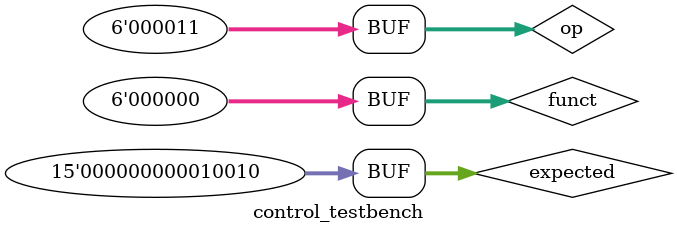
<source format=v>
`define DELAY 20
module control_testbench();

reg [5:0] op, funct;
reg [14:0] expected;
wire RegDst, Beq, Bne, MemRead, MemtoReg, MemWrite, ALUsrc, RegWrite1, RegWrite2, Lui, J, Jal, Jr, Ori;
wire [1:0] ALUop;

control control_test (op, RegDst, Beq, Bne, MemRead, MemtoReg, ALUop, MemWrite, ALUsrc, RegWrite1, RegWrite2, Lui, J, Jal, Jr, Ori);

initial begin

	op = 6'b100011;
	funct = 6'b00000;
	expected = 15'b000110001100000;
	#`DELAY;
	
	op = 6'b101100;
	funct = 6'b00000;
	expected = 15'b000000011000000;

	#`DELAY;
	
	op = 6'b001100;
	funct = 6'b00000;
	expected = 15'b000001101010001;
	#`DELAY;
	
	op = 6'b001111;
	funct = 6'b00000;
	expected = 15'b000000000101000;
	#`DELAY;
	
	op = 6'b000100;
	funct = 6'b00000;
	expected = 15'b010000100000000;
	#`DELAY;
	
	op = 6'b000101;
	funct = 6'b00000;
	expected = 15'b001000100000000;
	#`DELAY;
	
	op = 6'b000000;
	funct = 6'b00000;
	expected = 15'b100001000110000;
	#`DELAY;
	
	op = 6'b000010;
	funct = 6'b00000;
	expected = 15'b000000000000100;
	#`DELAY;
	
	op = 6'b000011;
	funct = 6'b00000;
	expected = 15'b000000000010010;
	#`DELAY;
	
end

initial begin
	$monitor("op=%6b, RegDst=%1b, Beq=%1b, Bne=%1b, MemRead=%1b, MemtoReg=%1b, ALUop=%2b, MemWrite=%1b, ALUsrc=%1b, RegWrite1=%1b, RegWrite2=%1b, Lui=%1b, J=%1b, Jal=%1b, Ori=%1b, expected=%16b", 
		op, RegDst, Beq, Bne, MemRead, MemtoReg, ALUop, MemWrite, ALUsrc, RegWrite1, RegWrite2, Lui, J, Jal, Ori, expected);
end

endmodule

</source>
